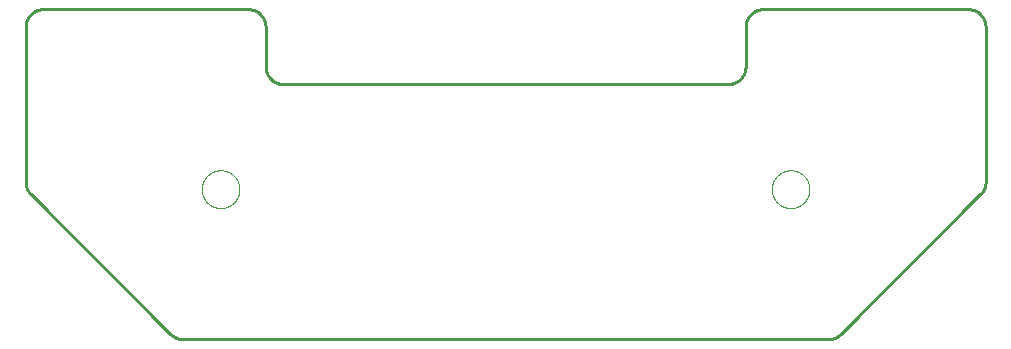
<source format=gtp>
G75*
%MOIN*%
%OFA0B0*%
%FSLAX25Y25*%
%IPPOS*%
%LPD*%
%AMOC8*
5,1,8,0,0,1.08239X$1,22.5*
%
%ADD10C,0.00000*%
%ADD11C,0.01000*%
D10*
X0063801Y0055100D02*
X0063803Y0055258D01*
X0063809Y0055416D01*
X0063819Y0055574D01*
X0063833Y0055732D01*
X0063851Y0055889D01*
X0063872Y0056046D01*
X0063898Y0056202D01*
X0063928Y0056358D01*
X0063961Y0056513D01*
X0063999Y0056666D01*
X0064040Y0056819D01*
X0064085Y0056971D01*
X0064134Y0057122D01*
X0064187Y0057271D01*
X0064243Y0057419D01*
X0064303Y0057565D01*
X0064367Y0057710D01*
X0064435Y0057853D01*
X0064506Y0057995D01*
X0064580Y0058135D01*
X0064658Y0058272D01*
X0064740Y0058408D01*
X0064824Y0058542D01*
X0064913Y0058673D01*
X0065004Y0058802D01*
X0065099Y0058929D01*
X0065196Y0059054D01*
X0065297Y0059176D01*
X0065401Y0059295D01*
X0065508Y0059412D01*
X0065618Y0059526D01*
X0065731Y0059637D01*
X0065846Y0059746D01*
X0065964Y0059851D01*
X0066085Y0059953D01*
X0066208Y0060053D01*
X0066334Y0060149D01*
X0066462Y0060242D01*
X0066592Y0060332D01*
X0066725Y0060418D01*
X0066860Y0060502D01*
X0066996Y0060581D01*
X0067135Y0060658D01*
X0067276Y0060730D01*
X0067418Y0060800D01*
X0067562Y0060865D01*
X0067708Y0060927D01*
X0067855Y0060985D01*
X0068004Y0061040D01*
X0068154Y0061091D01*
X0068305Y0061138D01*
X0068457Y0061181D01*
X0068610Y0061220D01*
X0068765Y0061256D01*
X0068920Y0061287D01*
X0069076Y0061315D01*
X0069232Y0061339D01*
X0069389Y0061359D01*
X0069547Y0061375D01*
X0069704Y0061387D01*
X0069863Y0061395D01*
X0070021Y0061399D01*
X0070179Y0061399D01*
X0070337Y0061395D01*
X0070496Y0061387D01*
X0070653Y0061375D01*
X0070811Y0061359D01*
X0070968Y0061339D01*
X0071124Y0061315D01*
X0071280Y0061287D01*
X0071435Y0061256D01*
X0071590Y0061220D01*
X0071743Y0061181D01*
X0071895Y0061138D01*
X0072046Y0061091D01*
X0072196Y0061040D01*
X0072345Y0060985D01*
X0072492Y0060927D01*
X0072638Y0060865D01*
X0072782Y0060800D01*
X0072924Y0060730D01*
X0073065Y0060658D01*
X0073204Y0060581D01*
X0073340Y0060502D01*
X0073475Y0060418D01*
X0073608Y0060332D01*
X0073738Y0060242D01*
X0073866Y0060149D01*
X0073992Y0060053D01*
X0074115Y0059953D01*
X0074236Y0059851D01*
X0074354Y0059746D01*
X0074469Y0059637D01*
X0074582Y0059526D01*
X0074692Y0059412D01*
X0074799Y0059295D01*
X0074903Y0059176D01*
X0075004Y0059054D01*
X0075101Y0058929D01*
X0075196Y0058802D01*
X0075287Y0058673D01*
X0075376Y0058542D01*
X0075460Y0058408D01*
X0075542Y0058272D01*
X0075620Y0058135D01*
X0075694Y0057995D01*
X0075765Y0057853D01*
X0075833Y0057710D01*
X0075897Y0057565D01*
X0075957Y0057419D01*
X0076013Y0057271D01*
X0076066Y0057122D01*
X0076115Y0056971D01*
X0076160Y0056819D01*
X0076201Y0056666D01*
X0076239Y0056513D01*
X0076272Y0056358D01*
X0076302Y0056202D01*
X0076328Y0056046D01*
X0076349Y0055889D01*
X0076367Y0055732D01*
X0076381Y0055574D01*
X0076391Y0055416D01*
X0076397Y0055258D01*
X0076399Y0055100D01*
X0076397Y0054942D01*
X0076391Y0054784D01*
X0076381Y0054626D01*
X0076367Y0054468D01*
X0076349Y0054311D01*
X0076328Y0054154D01*
X0076302Y0053998D01*
X0076272Y0053842D01*
X0076239Y0053687D01*
X0076201Y0053534D01*
X0076160Y0053381D01*
X0076115Y0053229D01*
X0076066Y0053078D01*
X0076013Y0052929D01*
X0075957Y0052781D01*
X0075897Y0052635D01*
X0075833Y0052490D01*
X0075765Y0052347D01*
X0075694Y0052205D01*
X0075620Y0052065D01*
X0075542Y0051928D01*
X0075460Y0051792D01*
X0075376Y0051658D01*
X0075287Y0051527D01*
X0075196Y0051398D01*
X0075101Y0051271D01*
X0075004Y0051146D01*
X0074903Y0051024D01*
X0074799Y0050905D01*
X0074692Y0050788D01*
X0074582Y0050674D01*
X0074469Y0050563D01*
X0074354Y0050454D01*
X0074236Y0050349D01*
X0074115Y0050247D01*
X0073992Y0050147D01*
X0073866Y0050051D01*
X0073738Y0049958D01*
X0073608Y0049868D01*
X0073475Y0049782D01*
X0073340Y0049698D01*
X0073204Y0049619D01*
X0073065Y0049542D01*
X0072924Y0049470D01*
X0072782Y0049400D01*
X0072638Y0049335D01*
X0072492Y0049273D01*
X0072345Y0049215D01*
X0072196Y0049160D01*
X0072046Y0049109D01*
X0071895Y0049062D01*
X0071743Y0049019D01*
X0071590Y0048980D01*
X0071435Y0048944D01*
X0071280Y0048913D01*
X0071124Y0048885D01*
X0070968Y0048861D01*
X0070811Y0048841D01*
X0070653Y0048825D01*
X0070496Y0048813D01*
X0070337Y0048805D01*
X0070179Y0048801D01*
X0070021Y0048801D01*
X0069863Y0048805D01*
X0069704Y0048813D01*
X0069547Y0048825D01*
X0069389Y0048841D01*
X0069232Y0048861D01*
X0069076Y0048885D01*
X0068920Y0048913D01*
X0068765Y0048944D01*
X0068610Y0048980D01*
X0068457Y0049019D01*
X0068305Y0049062D01*
X0068154Y0049109D01*
X0068004Y0049160D01*
X0067855Y0049215D01*
X0067708Y0049273D01*
X0067562Y0049335D01*
X0067418Y0049400D01*
X0067276Y0049470D01*
X0067135Y0049542D01*
X0066996Y0049619D01*
X0066860Y0049698D01*
X0066725Y0049782D01*
X0066592Y0049868D01*
X0066462Y0049958D01*
X0066334Y0050051D01*
X0066208Y0050147D01*
X0066085Y0050247D01*
X0065964Y0050349D01*
X0065846Y0050454D01*
X0065731Y0050563D01*
X0065618Y0050674D01*
X0065508Y0050788D01*
X0065401Y0050905D01*
X0065297Y0051024D01*
X0065196Y0051146D01*
X0065099Y0051271D01*
X0065004Y0051398D01*
X0064913Y0051527D01*
X0064824Y0051658D01*
X0064740Y0051792D01*
X0064658Y0051928D01*
X0064580Y0052065D01*
X0064506Y0052205D01*
X0064435Y0052347D01*
X0064367Y0052490D01*
X0064303Y0052635D01*
X0064243Y0052781D01*
X0064187Y0052929D01*
X0064134Y0053078D01*
X0064085Y0053229D01*
X0064040Y0053381D01*
X0063999Y0053534D01*
X0063961Y0053687D01*
X0063928Y0053842D01*
X0063898Y0053998D01*
X0063872Y0054154D01*
X0063851Y0054311D01*
X0063833Y0054468D01*
X0063819Y0054626D01*
X0063809Y0054784D01*
X0063803Y0054942D01*
X0063801Y0055100D01*
X0253801Y0055100D02*
X0253803Y0055258D01*
X0253809Y0055416D01*
X0253819Y0055574D01*
X0253833Y0055732D01*
X0253851Y0055889D01*
X0253872Y0056046D01*
X0253898Y0056202D01*
X0253928Y0056358D01*
X0253961Y0056513D01*
X0253999Y0056666D01*
X0254040Y0056819D01*
X0254085Y0056971D01*
X0254134Y0057122D01*
X0254187Y0057271D01*
X0254243Y0057419D01*
X0254303Y0057565D01*
X0254367Y0057710D01*
X0254435Y0057853D01*
X0254506Y0057995D01*
X0254580Y0058135D01*
X0254658Y0058272D01*
X0254740Y0058408D01*
X0254824Y0058542D01*
X0254913Y0058673D01*
X0255004Y0058802D01*
X0255099Y0058929D01*
X0255196Y0059054D01*
X0255297Y0059176D01*
X0255401Y0059295D01*
X0255508Y0059412D01*
X0255618Y0059526D01*
X0255731Y0059637D01*
X0255846Y0059746D01*
X0255964Y0059851D01*
X0256085Y0059953D01*
X0256208Y0060053D01*
X0256334Y0060149D01*
X0256462Y0060242D01*
X0256592Y0060332D01*
X0256725Y0060418D01*
X0256860Y0060502D01*
X0256996Y0060581D01*
X0257135Y0060658D01*
X0257276Y0060730D01*
X0257418Y0060800D01*
X0257562Y0060865D01*
X0257708Y0060927D01*
X0257855Y0060985D01*
X0258004Y0061040D01*
X0258154Y0061091D01*
X0258305Y0061138D01*
X0258457Y0061181D01*
X0258610Y0061220D01*
X0258765Y0061256D01*
X0258920Y0061287D01*
X0259076Y0061315D01*
X0259232Y0061339D01*
X0259389Y0061359D01*
X0259547Y0061375D01*
X0259704Y0061387D01*
X0259863Y0061395D01*
X0260021Y0061399D01*
X0260179Y0061399D01*
X0260337Y0061395D01*
X0260496Y0061387D01*
X0260653Y0061375D01*
X0260811Y0061359D01*
X0260968Y0061339D01*
X0261124Y0061315D01*
X0261280Y0061287D01*
X0261435Y0061256D01*
X0261590Y0061220D01*
X0261743Y0061181D01*
X0261895Y0061138D01*
X0262046Y0061091D01*
X0262196Y0061040D01*
X0262345Y0060985D01*
X0262492Y0060927D01*
X0262638Y0060865D01*
X0262782Y0060800D01*
X0262924Y0060730D01*
X0263065Y0060658D01*
X0263204Y0060581D01*
X0263340Y0060502D01*
X0263475Y0060418D01*
X0263608Y0060332D01*
X0263738Y0060242D01*
X0263866Y0060149D01*
X0263992Y0060053D01*
X0264115Y0059953D01*
X0264236Y0059851D01*
X0264354Y0059746D01*
X0264469Y0059637D01*
X0264582Y0059526D01*
X0264692Y0059412D01*
X0264799Y0059295D01*
X0264903Y0059176D01*
X0265004Y0059054D01*
X0265101Y0058929D01*
X0265196Y0058802D01*
X0265287Y0058673D01*
X0265376Y0058542D01*
X0265460Y0058408D01*
X0265542Y0058272D01*
X0265620Y0058135D01*
X0265694Y0057995D01*
X0265765Y0057853D01*
X0265833Y0057710D01*
X0265897Y0057565D01*
X0265957Y0057419D01*
X0266013Y0057271D01*
X0266066Y0057122D01*
X0266115Y0056971D01*
X0266160Y0056819D01*
X0266201Y0056666D01*
X0266239Y0056513D01*
X0266272Y0056358D01*
X0266302Y0056202D01*
X0266328Y0056046D01*
X0266349Y0055889D01*
X0266367Y0055732D01*
X0266381Y0055574D01*
X0266391Y0055416D01*
X0266397Y0055258D01*
X0266399Y0055100D01*
X0266397Y0054942D01*
X0266391Y0054784D01*
X0266381Y0054626D01*
X0266367Y0054468D01*
X0266349Y0054311D01*
X0266328Y0054154D01*
X0266302Y0053998D01*
X0266272Y0053842D01*
X0266239Y0053687D01*
X0266201Y0053534D01*
X0266160Y0053381D01*
X0266115Y0053229D01*
X0266066Y0053078D01*
X0266013Y0052929D01*
X0265957Y0052781D01*
X0265897Y0052635D01*
X0265833Y0052490D01*
X0265765Y0052347D01*
X0265694Y0052205D01*
X0265620Y0052065D01*
X0265542Y0051928D01*
X0265460Y0051792D01*
X0265376Y0051658D01*
X0265287Y0051527D01*
X0265196Y0051398D01*
X0265101Y0051271D01*
X0265004Y0051146D01*
X0264903Y0051024D01*
X0264799Y0050905D01*
X0264692Y0050788D01*
X0264582Y0050674D01*
X0264469Y0050563D01*
X0264354Y0050454D01*
X0264236Y0050349D01*
X0264115Y0050247D01*
X0263992Y0050147D01*
X0263866Y0050051D01*
X0263738Y0049958D01*
X0263608Y0049868D01*
X0263475Y0049782D01*
X0263340Y0049698D01*
X0263204Y0049619D01*
X0263065Y0049542D01*
X0262924Y0049470D01*
X0262782Y0049400D01*
X0262638Y0049335D01*
X0262492Y0049273D01*
X0262345Y0049215D01*
X0262196Y0049160D01*
X0262046Y0049109D01*
X0261895Y0049062D01*
X0261743Y0049019D01*
X0261590Y0048980D01*
X0261435Y0048944D01*
X0261280Y0048913D01*
X0261124Y0048885D01*
X0260968Y0048861D01*
X0260811Y0048841D01*
X0260653Y0048825D01*
X0260496Y0048813D01*
X0260337Y0048805D01*
X0260179Y0048801D01*
X0260021Y0048801D01*
X0259863Y0048805D01*
X0259704Y0048813D01*
X0259547Y0048825D01*
X0259389Y0048841D01*
X0259232Y0048861D01*
X0259076Y0048885D01*
X0258920Y0048913D01*
X0258765Y0048944D01*
X0258610Y0048980D01*
X0258457Y0049019D01*
X0258305Y0049062D01*
X0258154Y0049109D01*
X0258004Y0049160D01*
X0257855Y0049215D01*
X0257708Y0049273D01*
X0257562Y0049335D01*
X0257418Y0049400D01*
X0257276Y0049470D01*
X0257135Y0049542D01*
X0256996Y0049619D01*
X0256860Y0049698D01*
X0256725Y0049782D01*
X0256592Y0049868D01*
X0256462Y0049958D01*
X0256334Y0050051D01*
X0256208Y0050147D01*
X0256085Y0050247D01*
X0255964Y0050349D01*
X0255846Y0050454D01*
X0255731Y0050563D01*
X0255618Y0050674D01*
X0255508Y0050788D01*
X0255401Y0050905D01*
X0255297Y0051024D01*
X0255196Y0051146D01*
X0255099Y0051271D01*
X0255004Y0051398D01*
X0254913Y0051527D01*
X0254824Y0051658D01*
X0254740Y0051792D01*
X0254658Y0051928D01*
X0254580Y0052065D01*
X0254506Y0052205D01*
X0254435Y0052347D01*
X0254367Y0052490D01*
X0254303Y0052635D01*
X0254243Y0052781D01*
X0254187Y0052929D01*
X0254134Y0053078D01*
X0254085Y0053229D01*
X0254040Y0053381D01*
X0253999Y0053534D01*
X0253961Y0053687D01*
X0253928Y0053842D01*
X0253898Y0053998D01*
X0253872Y0054154D01*
X0253851Y0054311D01*
X0253833Y0054468D01*
X0253819Y0054626D01*
X0253809Y0054784D01*
X0253803Y0054942D01*
X0253801Y0055100D01*
D11*
X0053370Y0006830D02*
X0006830Y0053370D01*
X0005100Y0057546D02*
X0005100Y0109194D01*
X0005102Y0109346D01*
X0005108Y0109498D01*
X0005118Y0109650D01*
X0005131Y0109801D01*
X0005149Y0109952D01*
X0005170Y0110103D01*
X0005196Y0110253D01*
X0005225Y0110402D01*
X0005258Y0110551D01*
X0005295Y0110698D01*
X0005335Y0110845D01*
X0005380Y0110990D01*
X0005428Y0111134D01*
X0005480Y0111277D01*
X0005535Y0111419D01*
X0005594Y0111559D01*
X0005657Y0111698D01*
X0005723Y0111835D01*
X0005793Y0111970D01*
X0005866Y0112103D01*
X0005943Y0112234D01*
X0006023Y0112364D01*
X0006106Y0112491D01*
X0006192Y0112616D01*
X0006282Y0112739D01*
X0006375Y0112859D01*
X0006471Y0112977D01*
X0006570Y0113093D01*
X0006672Y0113206D01*
X0006776Y0113316D01*
X0006884Y0113424D01*
X0006994Y0113528D01*
X0007107Y0113630D01*
X0007223Y0113729D01*
X0007341Y0113825D01*
X0007461Y0113918D01*
X0007584Y0114008D01*
X0007709Y0114094D01*
X0007836Y0114177D01*
X0007966Y0114257D01*
X0008097Y0114334D01*
X0008230Y0114407D01*
X0008365Y0114477D01*
X0008502Y0114543D01*
X0008641Y0114606D01*
X0008781Y0114665D01*
X0008923Y0114720D01*
X0009066Y0114772D01*
X0009210Y0114820D01*
X0009355Y0114865D01*
X0009502Y0114905D01*
X0009649Y0114942D01*
X0009798Y0114975D01*
X0009947Y0115004D01*
X0010097Y0115030D01*
X0010248Y0115051D01*
X0010399Y0115069D01*
X0010550Y0115082D01*
X0010702Y0115092D01*
X0010854Y0115098D01*
X0011006Y0115100D01*
X0079194Y0115100D01*
X0079346Y0115098D01*
X0079498Y0115092D01*
X0079650Y0115082D01*
X0079801Y0115069D01*
X0079952Y0115051D01*
X0080103Y0115030D01*
X0080253Y0115004D01*
X0080402Y0114975D01*
X0080551Y0114942D01*
X0080698Y0114905D01*
X0080845Y0114865D01*
X0080990Y0114820D01*
X0081134Y0114772D01*
X0081277Y0114720D01*
X0081419Y0114665D01*
X0081559Y0114606D01*
X0081698Y0114543D01*
X0081835Y0114477D01*
X0081970Y0114407D01*
X0082103Y0114334D01*
X0082234Y0114257D01*
X0082364Y0114177D01*
X0082491Y0114094D01*
X0082616Y0114008D01*
X0082739Y0113918D01*
X0082859Y0113825D01*
X0082977Y0113729D01*
X0083093Y0113630D01*
X0083206Y0113528D01*
X0083316Y0113424D01*
X0083424Y0113316D01*
X0083528Y0113206D01*
X0083630Y0113093D01*
X0083729Y0112977D01*
X0083825Y0112859D01*
X0083918Y0112739D01*
X0084008Y0112616D01*
X0084094Y0112491D01*
X0084177Y0112364D01*
X0084257Y0112234D01*
X0084334Y0112103D01*
X0084407Y0111970D01*
X0084477Y0111835D01*
X0084543Y0111698D01*
X0084606Y0111559D01*
X0084665Y0111419D01*
X0084720Y0111277D01*
X0084772Y0111134D01*
X0084820Y0110990D01*
X0084865Y0110845D01*
X0084905Y0110698D01*
X0084942Y0110551D01*
X0084975Y0110402D01*
X0085004Y0110253D01*
X0085030Y0110103D01*
X0085051Y0109952D01*
X0085069Y0109801D01*
X0085082Y0109650D01*
X0085092Y0109498D01*
X0085098Y0109346D01*
X0085100Y0109194D01*
X0085100Y0096006D01*
X0085102Y0095854D01*
X0085108Y0095702D01*
X0085118Y0095550D01*
X0085131Y0095399D01*
X0085149Y0095248D01*
X0085170Y0095097D01*
X0085196Y0094947D01*
X0085225Y0094798D01*
X0085258Y0094649D01*
X0085295Y0094502D01*
X0085335Y0094355D01*
X0085380Y0094210D01*
X0085428Y0094066D01*
X0085480Y0093923D01*
X0085535Y0093781D01*
X0085594Y0093641D01*
X0085657Y0093502D01*
X0085723Y0093365D01*
X0085793Y0093230D01*
X0085866Y0093097D01*
X0085943Y0092966D01*
X0086023Y0092836D01*
X0086106Y0092709D01*
X0086192Y0092584D01*
X0086282Y0092461D01*
X0086375Y0092341D01*
X0086471Y0092223D01*
X0086570Y0092107D01*
X0086672Y0091994D01*
X0086776Y0091884D01*
X0086884Y0091776D01*
X0086994Y0091672D01*
X0087107Y0091570D01*
X0087223Y0091471D01*
X0087341Y0091375D01*
X0087461Y0091282D01*
X0087584Y0091192D01*
X0087709Y0091106D01*
X0087836Y0091023D01*
X0087966Y0090943D01*
X0088097Y0090866D01*
X0088230Y0090793D01*
X0088365Y0090723D01*
X0088502Y0090657D01*
X0088641Y0090594D01*
X0088781Y0090535D01*
X0088923Y0090480D01*
X0089066Y0090428D01*
X0089210Y0090380D01*
X0089355Y0090335D01*
X0089502Y0090295D01*
X0089649Y0090258D01*
X0089798Y0090225D01*
X0089947Y0090196D01*
X0090097Y0090170D01*
X0090248Y0090149D01*
X0090399Y0090131D01*
X0090550Y0090118D01*
X0090702Y0090108D01*
X0090854Y0090102D01*
X0091006Y0090100D01*
X0239194Y0090100D01*
X0239346Y0090102D01*
X0239498Y0090108D01*
X0239650Y0090118D01*
X0239801Y0090131D01*
X0239952Y0090149D01*
X0240103Y0090170D01*
X0240253Y0090196D01*
X0240402Y0090225D01*
X0240551Y0090258D01*
X0240698Y0090295D01*
X0240845Y0090335D01*
X0240990Y0090380D01*
X0241134Y0090428D01*
X0241277Y0090480D01*
X0241419Y0090535D01*
X0241559Y0090594D01*
X0241698Y0090657D01*
X0241835Y0090723D01*
X0241970Y0090793D01*
X0242103Y0090866D01*
X0242234Y0090943D01*
X0242364Y0091023D01*
X0242491Y0091106D01*
X0242616Y0091192D01*
X0242739Y0091282D01*
X0242859Y0091375D01*
X0242977Y0091471D01*
X0243093Y0091570D01*
X0243206Y0091672D01*
X0243316Y0091776D01*
X0243424Y0091884D01*
X0243528Y0091994D01*
X0243630Y0092107D01*
X0243729Y0092223D01*
X0243825Y0092341D01*
X0243918Y0092461D01*
X0244008Y0092584D01*
X0244094Y0092709D01*
X0244177Y0092836D01*
X0244257Y0092966D01*
X0244334Y0093097D01*
X0244407Y0093230D01*
X0244477Y0093365D01*
X0244543Y0093502D01*
X0244606Y0093641D01*
X0244665Y0093781D01*
X0244720Y0093923D01*
X0244772Y0094066D01*
X0244820Y0094210D01*
X0244865Y0094355D01*
X0244905Y0094502D01*
X0244942Y0094649D01*
X0244975Y0094798D01*
X0245004Y0094947D01*
X0245030Y0095097D01*
X0245051Y0095248D01*
X0245069Y0095399D01*
X0245082Y0095550D01*
X0245092Y0095702D01*
X0245098Y0095854D01*
X0245100Y0096006D01*
X0245100Y0109194D01*
X0245102Y0109346D01*
X0245108Y0109498D01*
X0245118Y0109650D01*
X0245131Y0109801D01*
X0245149Y0109952D01*
X0245170Y0110103D01*
X0245196Y0110253D01*
X0245225Y0110402D01*
X0245258Y0110551D01*
X0245295Y0110698D01*
X0245335Y0110845D01*
X0245380Y0110990D01*
X0245428Y0111134D01*
X0245480Y0111277D01*
X0245535Y0111419D01*
X0245594Y0111559D01*
X0245657Y0111698D01*
X0245723Y0111835D01*
X0245793Y0111970D01*
X0245866Y0112103D01*
X0245943Y0112234D01*
X0246023Y0112364D01*
X0246106Y0112491D01*
X0246192Y0112616D01*
X0246282Y0112739D01*
X0246375Y0112859D01*
X0246471Y0112977D01*
X0246570Y0113093D01*
X0246672Y0113206D01*
X0246776Y0113316D01*
X0246884Y0113424D01*
X0246994Y0113528D01*
X0247107Y0113630D01*
X0247223Y0113729D01*
X0247341Y0113825D01*
X0247461Y0113918D01*
X0247584Y0114008D01*
X0247709Y0114094D01*
X0247836Y0114177D01*
X0247966Y0114257D01*
X0248097Y0114334D01*
X0248230Y0114407D01*
X0248365Y0114477D01*
X0248502Y0114543D01*
X0248641Y0114606D01*
X0248781Y0114665D01*
X0248923Y0114720D01*
X0249066Y0114772D01*
X0249210Y0114820D01*
X0249355Y0114865D01*
X0249502Y0114905D01*
X0249649Y0114942D01*
X0249798Y0114975D01*
X0249947Y0115004D01*
X0250097Y0115030D01*
X0250248Y0115051D01*
X0250399Y0115069D01*
X0250550Y0115082D01*
X0250702Y0115092D01*
X0250854Y0115098D01*
X0251006Y0115100D01*
X0319194Y0115100D01*
X0319346Y0115098D01*
X0319498Y0115092D01*
X0319650Y0115082D01*
X0319801Y0115069D01*
X0319952Y0115051D01*
X0320103Y0115030D01*
X0320253Y0115004D01*
X0320402Y0114975D01*
X0320551Y0114942D01*
X0320698Y0114905D01*
X0320845Y0114865D01*
X0320990Y0114820D01*
X0321134Y0114772D01*
X0321277Y0114720D01*
X0321419Y0114665D01*
X0321559Y0114606D01*
X0321698Y0114543D01*
X0321835Y0114477D01*
X0321970Y0114407D01*
X0322103Y0114334D01*
X0322234Y0114257D01*
X0322364Y0114177D01*
X0322491Y0114094D01*
X0322616Y0114008D01*
X0322739Y0113918D01*
X0322859Y0113825D01*
X0322977Y0113729D01*
X0323093Y0113630D01*
X0323206Y0113528D01*
X0323316Y0113424D01*
X0323424Y0113316D01*
X0323528Y0113206D01*
X0323630Y0113093D01*
X0323729Y0112977D01*
X0323825Y0112859D01*
X0323918Y0112739D01*
X0324008Y0112616D01*
X0324094Y0112491D01*
X0324177Y0112364D01*
X0324257Y0112234D01*
X0324334Y0112103D01*
X0324407Y0111970D01*
X0324477Y0111835D01*
X0324543Y0111698D01*
X0324606Y0111559D01*
X0324665Y0111419D01*
X0324720Y0111277D01*
X0324772Y0111134D01*
X0324820Y0110990D01*
X0324865Y0110845D01*
X0324905Y0110698D01*
X0324942Y0110551D01*
X0324975Y0110402D01*
X0325004Y0110253D01*
X0325030Y0110103D01*
X0325051Y0109952D01*
X0325069Y0109801D01*
X0325082Y0109650D01*
X0325092Y0109498D01*
X0325098Y0109346D01*
X0325100Y0109194D01*
X0325100Y0057546D01*
X0325098Y0057396D01*
X0325092Y0057247D01*
X0325083Y0057098D01*
X0325070Y0056949D01*
X0325053Y0056800D01*
X0325032Y0056652D01*
X0325007Y0056504D01*
X0324979Y0056357D01*
X0324947Y0056211D01*
X0324911Y0056066D01*
X0324872Y0055921D01*
X0324829Y0055778D01*
X0324783Y0055636D01*
X0324732Y0055495D01*
X0324679Y0055355D01*
X0324621Y0055217D01*
X0324561Y0055080D01*
X0324496Y0054945D01*
X0324429Y0054812D01*
X0324358Y0054680D01*
X0324284Y0054550D01*
X0324206Y0054422D01*
X0324125Y0054296D01*
X0324041Y0054172D01*
X0323954Y0054050D01*
X0323864Y0053931D01*
X0323771Y0053814D01*
X0323675Y0053699D01*
X0323576Y0053587D01*
X0323475Y0053477D01*
X0323370Y0053370D01*
X0276830Y0006830D01*
X0272654Y0005100D02*
X0057546Y0005100D01*
X0057396Y0005102D01*
X0057247Y0005108D01*
X0057098Y0005117D01*
X0056949Y0005130D01*
X0056800Y0005147D01*
X0056652Y0005168D01*
X0056504Y0005193D01*
X0056357Y0005221D01*
X0056211Y0005253D01*
X0056066Y0005289D01*
X0055921Y0005328D01*
X0055778Y0005371D01*
X0055636Y0005417D01*
X0055495Y0005468D01*
X0055355Y0005521D01*
X0055217Y0005579D01*
X0055080Y0005639D01*
X0054945Y0005704D01*
X0054812Y0005771D01*
X0054680Y0005842D01*
X0054550Y0005916D01*
X0054422Y0005994D01*
X0054296Y0006075D01*
X0054172Y0006159D01*
X0054050Y0006246D01*
X0053931Y0006336D01*
X0053814Y0006429D01*
X0053699Y0006525D01*
X0053587Y0006624D01*
X0053477Y0006725D01*
X0053370Y0006830D01*
X0006829Y0053370D02*
X0006724Y0053477D01*
X0006623Y0053587D01*
X0006524Y0053699D01*
X0006428Y0053814D01*
X0006335Y0053931D01*
X0006245Y0054050D01*
X0006158Y0054172D01*
X0006074Y0054296D01*
X0005993Y0054422D01*
X0005915Y0054550D01*
X0005841Y0054680D01*
X0005770Y0054812D01*
X0005703Y0054945D01*
X0005638Y0055080D01*
X0005578Y0055217D01*
X0005520Y0055355D01*
X0005467Y0055495D01*
X0005416Y0055636D01*
X0005370Y0055778D01*
X0005327Y0055921D01*
X0005288Y0056066D01*
X0005252Y0056211D01*
X0005220Y0056357D01*
X0005192Y0056504D01*
X0005167Y0056652D01*
X0005146Y0056800D01*
X0005129Y0056949D01*
X0005116Y0057098D01*
X0005107Y0057247D01*
X0005101Y0057396D01*
X0005099Y0057546D01*
X0272654Y0005099D02*
X0272804Y0005101D01*
X0272953Y0005107D01*
X0273102Y0005116D01*
X0273251Y0005129D01*
X0273400Y0005146D01*
X0273548Y0005167D01*
X0273696Y0005192D01*
X0273843Y0005220D01*
X0273989Y0005252D01*
X0274134Y0005288D01*
X0274279Y0005327D01*
X0274422Y0005370D01*
X0274564Y0005416D01*
X0274705Y0005467D01*
X0274845Y0005520D01*
X0274983Y0005578D01*
X0275120Y0005638D01*
X0275255Y0005703D01*
X0275388Y0005770D01*
X0275520Y0005841D01*
X0275650Y0005915D01*
X0275778Y0005993D01*
X0275904Y0006074D01*
X0276028Y0006158D01*
X0276150Y0006245D01*
X0276269Y0006335D01*
X0276386Y0006428D01*
X0276501Y0006524D01*
X0276613Y0006623D01*
X0276723Y0006724D01*
X0276830Y0006829D01*
M02*

</source>
